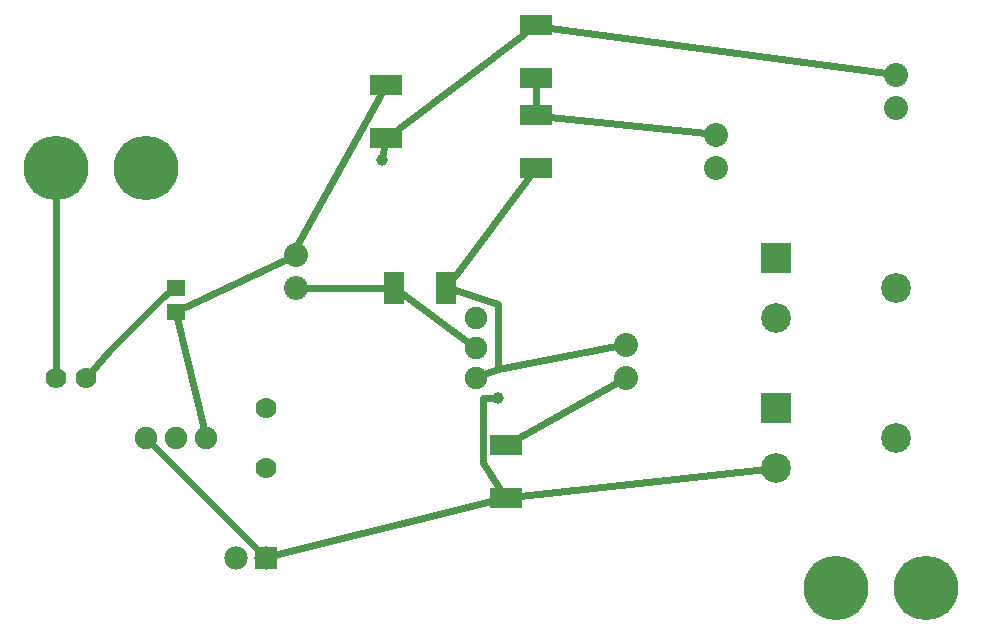
<source format=gtl>
G04 MADE WITH FRITZING*
G04 WWW.FRITZING.ORG*
G04 DOUBLE SIDED*
G04 HOLES PLATED*
G04 CONTOUR ON CENTER OF CONTOUR VECTOR*
%ASAXBY*%
%FSLAX23Y23*%
%MOIN*%
%OFA0B0*%
%SFA1.0B1.0*%
%ADD10C,0.099000*%
%ADD11C,0.215000*%
%ADD12C,0.039370*%
%ADD13C,0.070000*%
%ADD14C,0.075000*%
%ADD15C,0.080000*%
%ADD16C,0.078000*%
%ADD17R,0.099000X0.099000*%
%ADD18R,0.059055X0.055118*%
%ADD19R,0.106299X0.070866*%
%ADD20R,0.070866X0.106299*%
%ADD21R,0.078000X0.078000*%
%ADD22C,0.024000*%
%LNCOPPER1*%
G90*
G70*
G54D10*
X2595Y633D03*
X2595Y833D03*
X2995Y733D03*
X2595Y1133D03*
X2595Y1333D03*
X2995Y1233D03*
G54D11*
X2795Y233D03*
X2795Y233D03*
X495Y1633D03*
X495Y1633D03*
X3095Y233D03*
X3095Y233D03*
X195Y1633D03*
X195Y1633D03*
G54D12*
X1284Y1658D03*
X1668Y866D03*
G54D13*
X195Y933D03*
X295Y933D03*
G54D14*
X495Y733D03*
X595Y733D03*
X695Y733D03*
G54D13*
X895Y833D03*
X895Y633D03*
G54D15*
X2095Y1043D03*
X2095Y933D03*
X2095Y1043D03*
X2095Y933D03*
X2995Y1943D03*
X2995Y1833D03*
X2995Y1943D03*
X2995Y1833D03*
X2395Y1743D03*
X2395Y1633D03*
X2395Y1743D03*
X2395Y1633D03*
X995Y1343D03*
X995Y1233D03*
X995Y1343D03*
X995Y1233D03*
G54D14*
X1595Y1133D03*
X1595Y1033D03*
X1595Y933D03*
G54D16*
X895Y333D03*
X795Y333D03*
G54D17*
X2595Y833D03*
X2595Y1333D03*
G54D18*
X595Y1233D03*
X595Y1153D03*
G54D19*
X1295Y1907D03*
X1295Y1733D03*
G54D20*
X1322Y1233D03*
X1495Y1233D03*
G54D19*
X1795Y2107D03*
X1795Y1933D03*
X1695Y707D03*
X1695Y533D03*
X1795Y1807D03*
X1795Y1633D03*
G54D21*
X895Y333D03*
G54D22*
X195Y1547D02*
X195Y959D01*
D02*
X1795Y1903D02*
X1795Y1836D01*
D02*
X2364Y1747D02*
X1843Y1802D01*
D02*
X1026Y1233D02*
X1292Y1233D01*
D02*
X1572Y1050D02*
X1352Y1211D01*
D02*
X571Y1216D02*
X552Y1202D01*
D02*
X1743Y734D02*
X2068Y918D01*
D02*
X372Y1022D02*
X312Y953D01*
D02*
X552Y1202D02*
X372Y1022D01*
D02*
X1668Y1178D02*
X1525Y1224D01*
D02*
X1668Y962D02*
X1668Y1178D01*
D02*
X1622Y944D02*
X1668Y962D01*
D02*
X1773Y1603D02*
X1525Y1273D01*
D02*
X2064Y1038D02*
X1668Y962D01*
D02*
X600Y1131D02*
X688Y761D01*
D02*
X967Y1330D02*
X619Y1164D01*
D02*
X1278Y1877D02*
X996Y1370D01*
D02*
X1755Y2077D02*
X1335Y1763D01*
D02*
X996Y1370D02*
X996Y1374D01*
D02*
X2964Y1948D02*
X1843Y2100D01*
D02*
X1287Y1677D02*
X1291Y1703D01*
D02*
X1743Y539D02*
X2564Y630D01*
D02*
X1620Y650D02*
X1676Y563D01*
D02*
X1620Y866D02*
X1620Y650D01*
D02*
X1649Y866D02*
X1620Y866D01*
D02*
X924Y341D02*
X1647Y521D01*
D02*
X515Y713D02*
X874Y355D01*
G04 End of Copper1*
M02*
</source>
